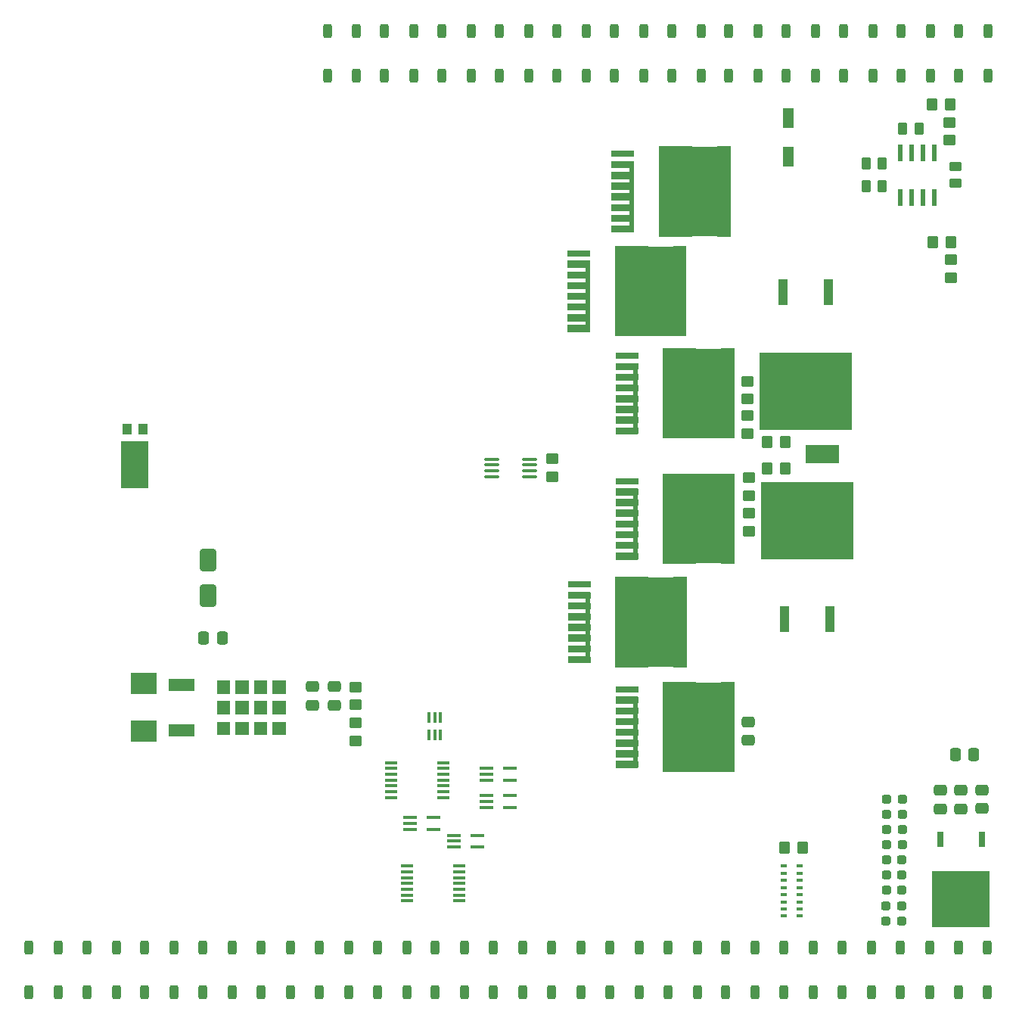
<source format=gbr>
%TF.GenerationSoftware,KiCad,Pcbnew,8.0.3*%
%TF.CreationDate,2025-06-05T13:09:17-07:00*%
%TF.ProjectId,Power_ManagementV2,506f7765-725f-44d6-916e-6167656d656e,rev?*%
%TF.SameCoordinates,Original*%
%TF.FileFunction,Paste,Top*%
%TF.FilePolarity,Positive*%
%FSLAX46Y46*%
G04 Gerber Fmt 4.6, Leading zero omitted, Abs format (unit mm)*
G04 Created by KiCad (PCBNEW 8.0.3) date 2025-06-05 13:09:17*
%MOMM*%
%LPD*%
G01*
G04 APERTURE LIST*
G04 Aperture macros list*
%AMRoundRect*
0 Rectangle with rounded corners*
0 $1 Rounding radius*
0 $2 $3 $4 $5 $6 $7 $8 $9 X,Y pos of 4 corners*
0 Add a 4 corners polygon primitive as box body*
4,1,4,$2,$3,$4,$5,$6,$7,$8,$9,$2,$3,0*
0 Add four circle primitives for the rounded corners*
1,1,$1+$1,$2,$3*
1,1,$1+$1,$4,$5*
1,1,$1+$1,$6,$7*
1,1,$1+$1,$8,$9*
0 Add four rect primitives between the rounded corners*
20,1,$1+$1,$2,$3,$4,$5,0*
20,1,$1+$1,$4,$5,$6,$7,0*
20,1,$1+$1,$6,$7,$8,$9,0*
20,1,$1+$1,$8,$9,$2,$3,0*%
G04 Aperture macros list end*
%ADD10C,0.000000*%
%ADD11C,0.010000*%
%ADD12R,1.473200X0.355600*%
%ADD13RoundRect,0.250000X-0.250000X0.550000X-0.250000X-0.550000X0.250000X-0.550000X0.250000X0.550000X0*%
%ADD14RoundRect,0.100000X-0.650000X-0.100000X0.650000X-0.100000X0.650000X0.100000X-0.650000X0.100000X0*%
%ADD15R,0.990600X1.143000*%
%ADD16R,3.098800X5.207000*%
%ADD17RoundRect,0.250000X-0.262500X-0.450000X0.262500X-0.450000X0.262500X0.450000X-0.262500X0.450000X0*%
%ADD18RoundRect,0.250000X0.250000X-0.550000X0.250000X0.550000X-0.250000X0.550000X-0.250000X-0.550000X0*%
%ADD19RoundRect,0.237500X-0.287500X-0.237500X0.287500X-0.237500X0.287500X0.237500X-0.287500X0.237500X0*%
%ADD20RoundRect,0.250000X0.475000X-0.337500X0.475000X0.337500X-0.475000X0.337500X-0.475000X-0.337500X0*%
%ADD21RoundRect,0.250000X0.350000X0.450000X-0.350000X0.450000X-0.350000X-0.450000X0.350000X-0.450000X0*%
%ADD22RoundRect,0.250000X-0.450000X0.350000X-0.450000X-0.350000X0.450000X-0.350000X0.450000X0.350000X0*%
%ADD23RoundRect,0.250000X-0.337500X-0.475000X0.337500X-0.475000X0.337500X0.475000X-0.337500X0.475000X0*%
%ADD24RoundRect,0.250000X0.450000X-0.350000X0.450000X0.350000X-0.450000X0.350000X-0.450000X-0.350000X0*%
%ADD25R,2.500000X0.800000*%
%ADD26R,7.999995X10.100005*%
%ADD27RoundRect,0.250000X-0.350000X-0.450000X0.350000X-0.450000X0.350000X0.450000X-0.350000X0.450000X0*%
%ADD28R,1.168400X2.209800*%
%ADD29RoundRect,0.250000X-0.475000X0.337500X-0.475000X-0.337500X0.475000X-0.337500X0.475000X0.337500X0*%
%ADD30RoundRect,0.250000X0.262500X0.450000X-0.262500X0.450000X-0.262500X-0.450000X0.262500X-0.450000X0*%
%ADD31R,0.711200X1.701800*%
%ADD32R,6.553200X6.223000*%
%ADD33R,0.990600X2.997200*%
%ADD34R,10.337800X8.712200*%
%ADD35RoundRect,0.100000X-0.712500X-0.100000X0.712500X-0.100000X0.712500X0.100000X-0.712500X0.100000X0*%
%ADD36R,1.460500X0.355600*%
%ADD37R,0.355600X1.168400*%
%ADD38R,3.800000X2.000000*%
%ADD39R,0.711200X0.457200*%
%ADD40R,2.990000X1.340000*%
%ADD41R,0.533400X1.981200*%
%ADD42RoundRect,0.250000X0.650000X-1.000000X0.650000X1.000000X-0.650000X1.000000X-0.650000X-1.000000X0*%
%ADD43RoundRect,0.250000X-0.450000X0.262500X-0.450000X-0.262500X0.450000X-0.262500X0.450000X0.262500X0*%
%ADD44R,3.000000X2.475000*%
G04 APERTURE END LIST*
D10*
%TO.C,Q3*%
G36*
X230490703Y-88526397D02*
G01*
X233290698Y-88526397D01*
X233290702Y-87676398D01*
X234790699Y-87676398D01*
X234790699Y-97776404D01*
X233290702Y-97776404D01*
X233290698Y-96926405D01*
X230490703Y-96926405D01*
X230490697Y-97776404D01*
X226790704Y-97776404D01*
X226790704Y-87676398D01*
X230490697Y-87676398D01*
X230490703Y-88526397D01*
G37*
G36*
X223990701Y-97326400D02*
G01*
X221490701Y-97326400D01*
X221490701Y-96526400D01*
X223490700Y-96526402D01*
X223490700Y-96126402D01*
X221490701Y-96126400D01*
X221490701Y-95326402D01*
X223490700Y-95326402D01*
X223490700Y-94926402D01*
X221490701Y-94926402D01*
X221490701Y-94126403D01*
X223490700Y-94126402D01*
X223490700Y-93726402D01*
X221490701Y-93726402D01*
X221490701Y-92926402D01*
X223490700Y-92926402D01*
X223490700Y-92526402D01*
X221490701Y-92526402D01*
X221490701Y-91726402D01*
X223490700Y-91726402D01*
X223490700Y-91326402D01*
X221490701Y-91326402D01*
X221490701Y-90526402D01*
X223490700Y-90526402D01*
X223490700Y-90126402D01*
X221490701Y-90126402D01*
X221490701Y-89326402D01*
X223990701Y-89326402D01*
X223990701Y-97326400D01*
G37*
%TO.C,Q4*%
G36*
X230490703Y-102539795D02*
G01*
X233290698Y-102539795D01*
X233290702Y-101689796D01*
X234790699Y-101689796D01*
X234790699Y-111789802D01*
X233290702Y-111789802D01*
X233290698Y-110939803D01*
X230490703Y-110939803D01*
X230490697Y-111789802D01*
X226790704Y-111789802D01*
X226790704Y-101689796D01*
X230490697Y-101689796D01*
X230490703Y-102539795D01*
G37*
G36*
X223990701Y-111339798D02*
G01*
X221490701Y-111339798D01*
X221490701Y-110539798D01*
X223490700Y-110539800D01*
X223490700Y-110139800D01*
X221490701Y-110139798D01*
X221490701Y-109339800D01*
X223490700Y-109339800D01*
X223490700Y-108939800D01*
X221490701Y-108939800D01*
X221490701Y-108139801D01*
X223490700Y-108139800D01*
X223490700Y-107739800D01*
X221490701Y-107739800D01*
X221490701Y-106939800D01*
X223490700Y-106939800D01*
X223490700Y-106539800D01*
X221490701Y-106539800D01*
X221490701Y-105739800D01*
X223490700Y-105739800D01*
X223490700Y-105339800D01*
X221490701Y-105339800D01*
X221490701Y-104539800D01*
X223490700Y-104539800D01*
X223490700Y-104139800D01*
X221490701Y-104139800D01*
X221490701Y-103339800D01*
X223990701Y-103339800D01*
X223990701Y-111339798D01*
G37*
%TO.C,Q1*%
G36*
X230033503Y-65954796D02*
G01*
X232833498Y-65954796D01*
X232833502Y-65104797D01*
X234333499Y-65104797D01*
X234333499Y-75204803D01*
X232833502Y-75204803D01*
X232833498Y-74354804D01*
X230033503Y-74354804D01*
X230033497Y-75204803D01*
X226333504Y-75204803D01*
X226333504Y-65104797D01*
X230033497Y-65104797D01*
X230033503Y-65954796D01*
G37*
G36*
X223533501Y-74754799D02*
G01*
X221033501Y-74754799D01*
X221033501Y-73954799D01*
X223033500Y-73954801D01*
X223033500Y-73554801D01*
X221033501Y-73554799D01*
X221033501Y-72754801D01*
X223033500Y-72754801D01*
X223033500Y-72354801D01*
X221033501Y-72354801D01*
X221033501Y-71554802D01*
X223033500Y-71554801D01*
X223033500Y-71154801D01*
X221033501Y-71154801D01*
X221033501Y-70354801D01*
X223033500Y-70354801D01*
X223033500Y-69954801D01*
X221033501Y-69954801D01*
X221033501Y-69154801D01*
X223033500Y-69154801D01*
X223033500Y-68754801D01*
X221033501Y-68754801D01*
X221033501Y-67954801D01*
X223033500Y-67954801D01*
X223033500Y-67554801D01*
X221033501Y-67554801D01*
X221033501Y-66754801D01*
X223533501Y-66754801D01*
X223533501Y-74754799D01*
G37*
%TO.C,Q2*%
G36*
X225105903Y-77079996D02*
G01*
X227905898Y-77079996D01*
X227905902Y-76229997D01*
X229405899Y-76229997D01*
X229405899Y-86330003D01*
X227905902Y-86330003D01*
X227905898Y-85480004D01*
X225105903Y-85480004D01*
X225105897Y-86330003D01*
X221405904Y-86330003D01*
X221405904Y-76229997D01*
X225105897Y-76229997D01*
X225105903Y-77079996D01*
G37*
G36*
X218605901Y-85879999D02*
G01*
X216105901Y-85879999D01*
X216105901Y-85079999D01*
X218105900Y-85080001D01*
X218105900Y-84680001D01*
X216105901Y-84679999D01*
X216105901Y-83880001D01*
X218105900Y-83880001D01*
X218105900Y-83480001D01*
X216105901Y-83480001D01*
X216105901Y-82680002D01*
X218105900Y-82680001D01*
X218105900Y-82280001D01*
X216105901Y-82280001D01*
X216105901Y-81480001D01*
X218105900Y-81480001D01*
X218105900Y-81080001D01*
X216105901Y-81080001D01*
X216105901Y-80280001D01*
X218105900Y-80280001D01*
X218105900Y-79880001D01*
X216105901Y-79880001D01*
X216105901Y-79080001D01*
X218105900Y-79080001D01*
X218105900Y-78680001D01*
X216105901Y-78680001D01*
X216105901Y-77880001D01*
X218605901Y-77880001D01*
X218605901Y-85879999D01*
G37*
%TO.C,Q5*%
G36*
X225148602Y-114115995D02*
G01*
X227948597Y-114115995D01*
X227948601Y-113265996D01*
X229448598Y-113265996D01*
X229448598Y-123366002D01*
X227948601Y-123366002D01*
X227948597Y-122516003D01*
X225148602Y-122516003D01*
X225148596Y-123366002D01*
X221448603Y-123366002D01*
X221448603Y-113265996D01*
X225148596Y-113265996D01*
X225148602Y-114115995D01*
G37*
G36*
X218648600Y-122915998D02*
G01*
X216148600Y-122915998D01*
X216148600Y-122115998D01*
X218148599Y-122116000D01*
X218148599Y-121716000D01*
X216148600Y-121715998D01*
X216148600Y-120916000D01*
X218148599Y-120916000D01*
X218148599Y-120516000D01*
X216148600Y-120516000D01*
X216148600Y-119716001D01*
X218148599Y-119716000D01*
X218148599Y-119316000D01*
X216148600Y-119316000D01*
X216148600Y-118516000D01*
X218148599Y-118516000D01*
X218148599Y-118116000D01*
X216148600Y-118116000D01*
X216148600Y-117316000D01*
X218148599Y-117316000D01*
X218148599Y-116916000D01*
X216148600Y-116916000D01*
X216148600Y-116116000D01*
X218148599Y-116116000D01*
X218148599Y-115716000D01*
X216148600Y-115716000D01*
X216148600Y-114916000D01*
X218648600Y-114916000D01*
X218648600Y-122915998D01*
G37*
%TO.C,Q6*%
G36*
X230490703Y-125850795D02*
G01*
X233290698Y-125850795D01*
X233290702Y-125000796D01*
X234790699Y-125000796D01*
X234790699Y-135100802D01*
X233290702Y-135100802D01*
X233290698Y-134250803D01*
X230490703Y-134250803D01*
X230490697Y-135100802D01*
X226790704Y-135100802D01*
X226790704Y-125000796D01*
X230490697Y-125000796D01*
X230490703Y-125850795D01*
G37*
G36*
X223990701Y-134650798D02*
G01*
X221490701Y-134650798D01*
X221490701Y-133850798D01*
X223490700Y-133850800D01*
X223490700Y-133450800D01*
X221490701Y-133450798D01*
X221490701Y-132650800D01*
X223490700Y-132650800D01*
X223490700Y-132250800D01*
X221490701Y-132250800D01*
X221490701Y-131450801D01*
X223490700Y-131450800D01*
X223490700Y-131050800D01*
X221490701Y-131050800D01*
X221490701Y-130250800D01*
X223490700Y-130250800D01*
X223490700Y-129850800D01*
X221490701Y-129850800D01*
X221490701Y-129050800D01*
X223490700Y-129050800D01*
X223490700Y-128650800D01*
X221490701Y-128650800D01*
X221490701Y-127850800D01*
X223490700Y-127850800D01*
X223490700Y-127450800D01*
X221490701Y-127450800D01*
X221490701Y-126650800D01*
X223990701Y-126650800D01*
X223990701Y-134650798D01*
G37*
D11*
%TO.C,R14*%
X178252500Y-126240000D02*
X176872500Y-126240000D01*
X176872500Y-124860000D01*
X178252500Y-124860000D01*
X178252500Y-126240000D01*
G36*
X178252500Y-126240000D02*
G01*
X176872500Y-126240000D01*
X176872500Y-124860000D01*
X178252500Y-124860000D01*
X178252500Y-126240000D01*
G37*
X178252500Y-128540000D02*
X176872500Y-128540000D01*
X176872500Y-127160000D01*
X178252500Y-127160000D01*
X178252500Y-128540000D01*
G36*
X178252500Y-128540000D02*
G01*
X176872500Y-128540000D01*
X176872500Y-127160000D01*
X178252500Y-127160000D01*
X178252500Y-128540000D01*
G37*
X178252500Y-130840000D02*
X176872500Y-130840000D01*
X176872500Y-129460000D01*
X178252500Y-129460000D01*
X178252500Y-130840000D01*
G36*
X178252500Y-130840000D02*
G01*
X176872500Y-130840000D01*
X176872500Y-129460000D01*
X178252500Y-129460000D01*
X178252500Y-130840000D01*
G37*
X180322500Y-126240000D02*
X178942500Y-126240000D01*
X178942500Y-124860000D01*
X180322500Y-124860000D01*
X180322500Y-126240000D01*
G36*
X180322500Y-126240000D02*
G01*
X178942500Y-126240000D01*
X178942500Y-124860000D01*
X180322500Y-124860000D01*
X180322500Y-126240000D01*
G37*
X180322500Y-128540000D02*
X178942500Y-128540000D01*
X178942500Y-127160000D01*
X180322500Y-127160000D01*
X180322500Y-128540000D01*
G36*
X180322500Y-128540000D02*
G01*
X178942500Y-128540000D01*
X178942500Y-127160000D01*
X180322500Y-127160000D01*
X180322500Y-128540000D01*
G37*
X180322500Y-130840000D02*
X178942500Y-130840000D01*
X178942500Y-129460000D01*
X180322500Y-129460000D01*
X180322500Y-130840000D01*
G36*
X180322500Y-130840000D02*
G01*
X178942500Y-130840000D01*
X178942500Y-129460000D01*
X180322500Y-129460000D01*
X180322500Y-130840000D01*
G37*
X182392500Y-126240000D02*
X181012500Y-126240000D01*
X181012500Y-124860000D01*
X182392500Y-124860000D01*
X182392500Y-126240000D01*
G36*
X182392500Y-126240000D02*
G01*
X181012500Y-126240000D01*
X181012500Y-124860000D01*
X182392500Y-124860000D01*
X182392500Y-126240000D01*
G37*
X182392500Y-128540000D02*
X181012500Y-128540000D01*
X181012500Y-127160000D01*
X182392500Y-127160000D01*
X182392500Y-128540000D01*
G36*
X182392500Y-128540000D02*
G01*
X181012500Y-128540000D01*
X181012500Y-127160000D01*
X182392500Y-127160000D01*
X182392500Y-128540000D01*
G37*
X182392500Y-130840000D02*
X181012500Y-130840000D01*
X181012500Y-129460000D01*
X182392500Y-129460000D01*
X182392500Y-130840000D01*
G36*
X182392500Y-130840000D02*
G01*
X181012500Y-130840000D01*
X181012500Y-129460000D01*
X182392500Y-129460000D01*
X182392500Y-130840000D01*
G37*
X184462500Y-126240000D02*
X183082500Y-126240000D01*
X183082500Y-124860000D01*
X184462500Y-124860000D01*
X184462500Y-126240000D01*
G36*
X184462500Y-126240000D02*
G01*
X183082500Y-126240000D01*
X183082500Y-124860000D01*
X184462500Y-124860000D01*
X184462500Y-126240000D01*
G37*
X184462500Y-128540000D02*
X183082500Y-128540000D01*
X183082500Y-127160000D01*
X184462500Y-127160000D01*
X184462500Y-128540000D01*
G36*
X184462500Y-128540000D02*
G01*
X183082500Y-128540000D01*
X183082500Y-127160000D01*
X184462500Y-127160000D01*
X184462500Y-128540000D01*
G37*
X184462500Y-130840000D02*
X183082500Y-130840000D01*
X183082500Y-129460000D01*
X184462500Y-129460000D01*
X184462500Y-130840000D01*
G36*
X184462500Y-130840000D02*
G01*
X183082500Y-130840000D01*
X183082500Y-129460000D01*
X184462500Y-129460000D01*
X184462500Y-130840000D01*
G37*
%TD*%
D12*
%TO.C,U15*%
X196329300Y-134040880D03*
X196329300Y-134691120D03*
X196329300Y-135341360D03*
X196329300Y-135991600D03*
X196329300Y-136641840D03*
X196329300Y-137292080D03*
X196329300Y-137942320D03*
X202171300Y-137942320D03*
X202171300Y-137292080D03*
X202171300Y-136641840D03*
X202171300Y-135991600D03*
X202171300Y-135341360D03*
X202171300Y-134691120D03*
X202171300Y-134040880D03*
%TD*%
D13*
%TO.C,LED18*%
X263139322Y-52200000D03*
X259839322Y-52200000D03*
X263139322Y-57200000D03*
X259839322Y-57200000D03*
%TD*%
D14*
%TO.C,U9*%
X203365000Y-142175000D03*
X203365000Y-142825000D03*
X203365000Y-143475000D03*
X206025000Y-143475000D03*
X206025000Y-142175000D03*
%TD*%
D15*
%TO.C,CR1*%
X168616402Y-96723200D03*
X166776400Y-96723200D03*
D16*
X167696401Y-100711000D03*
%TD*%
D17*
%TO.C,R5*%
X249485900Y-67002400D03*
X251310900Y-67002400D03*
%TD*%
D18*
%TO.C,LED1*%
X155793000Y-159750000D03*
X159093000Y-159750000D03*
X155793000Y-154750000D03*
X159093000Y-154750000D03*
%TD*%
D19*
%TO.C,D13*%
X251747400Y-150048200D03*
X253497400Y-150048200D03*
%TD*%
D20*
%TO.C,C6*%
X260148599Y-139211500D03*
X260148599Y-137136500D03*
%TD*%
D18*
%TO.C,LED5*%
X181798600Y-159750000D03*
X185098600Y-159750000D03*
X181798600Y-154750000D03*
X185098600Y-154750000D03*
%TD*%
D21*
%TO.C,R19*%
X242400000Y-143520400D03*
X240400000Y-143520400D03*
%TD*%
D14*
%TO.C,U12*%
X206990000Y-134700000D03*
X206990000Y-135350000D03*
X206990000Y-136000000D03*
X209650000Y-136000000D03*
X209650000Y-134700000D03*
%TD*%
D22*
%TO.C,R12*%
X259000000Y-77800000D03*
X259000000Y-79800000D03*
%TD*%
%TO.C,R13*%
X192350000Y-125575000D03*
X192350000Y-127575000D03*
%TD*%
D23*
%TO.C,C2*%
X259515700Y-133096000D03*
X261590700Y-133096000D03*
%TD*%
D18*
%TO.C,LED6*%
X188300000Y-159750000D03*
X191600000Y-159750000D03*
X188300000Y-154750000D03*
X191600000Y-154750000D03*
%TD*%
D24*
%TO.C,R1*%
X236220000Y-93370400D03*
X236220000Y-91370400D03*
%TD*%
D13*
%TO.C,LED28*%
X198924934Y-52200000D03*
X195624934Y-52200000D03*
X198924934Y-57200000D03*
X195624934Y-57200000D03*
%TD*%
D25*
%TO.C,Q3*%
X222740701Y-88526402D03*
X222740701Y-89726402D03*
X222740701Y-90926402D03*
X222740701Y-92126402D03*
X222740701Y-93326402D03*
X222740701Y-94526402D03*
X222740701Y-95726400D03*
X222740701Y-96926400D03*
D26*
X230790701Y-92726401D03*
%TD*%
D18*
%TO.C,LED10*%
X214305600Y-159750000D03*
X217605600Y-159750000D03*
X214305600Y-154750000D03*
X217605600Y-154750000D03*
%TD*%
D25*
%TO.C,Q4*%
X222740701Y-102539800D03*
X222740701Y-103739800D03*
X222740701Y-104939800D03*
X222740701Y-106139800D03*
X222740701Y-107339800D03*
X222740701Y-108539800D03*
X222740701Y-109739798D03*
X222740701Y-110939798D03*
D26*
X230790701Y-106739799D03*
%TD*%
D27*
%TO.C,R9*%
X256900000Y-60450000D03*
X258900000Y-60450000D03*
%TD*%
D18*
%TO.C,LED7*%
X194801400Y-159750000D03*
X198101400Y-159750000D03*
X194801400Y-154750000D03*
X198101400Y-154750000D03*
%TD*%
D20*
%TO.C,C4*%
X262459999Y-139186100D03*
X262459999Y-137111100D03*
%TD*%
D28*
%TO.C,C1*%
X240800000Y-61900000D03*
X240800000Y-66218000D03*
%TD*%
D18*
%TO.C,LED15*%
X246812600Y-159750000D03*
X250112600Y-159750000D03*
X246812600Y-154750000D03*
X250112600Y-154750000D03*
%TD*%
D29*
%TO.C,C8*%
X187550000Y-125525000D03*
X187550000Y-127600000D03*
%TD*%
%TO.C,C9*%
X190025000Y-125537500D03*
X190025000Y-127612500D03*
%TD*%
D30*
%TO.C,TH2*%
X255425700Y-63090800D03*
X253600700Y-63090800D03*
%TD*%
D18*
%TO.C,LED17*%
X259815400Y-159750000D03*
X263115400Y-159750000D03*
X259815400Y-154750000D03*
X263115400Y-154750000D03*
%TD*%
%TO.C,LED4*%
X175297200Y-159750000D03*
X178597200Y-159750000D03*
X175297200Y-154750000D03*
X178597200Y-154750000D03*
%TD*%
D19*
%TO.C,D5*%
X251803400Y-139837400D03*
X253553400Y-139837400D03*
%TD*%
D25*
%TO.C,Q1*%
X222283501Y-65954801D03*
X222283501Y-67154801D03*
X222283501Y-68354801D03*
X222283501Y-69554801D03*
X222283501Y-70754801D03*
X222283501Y-71954801D03*
X222283501Y-73154799D03*
X222283501Y-74354799D03*
D26*
X230333501Y-70154800D03*
%TD*%
D22*
%TO.C,R7*%
X236372400Y-102190800D03*
X236372400Y-104190800D03*
%TD*%
D18*
%TO.C,LED16*%
X253314000Y-159750000D03*
X256614000Y-159750000D03*
X253314000Y-154750000D03*
X256614000Y-154750000D03*
%TD*%
D31*
%TO.C,U4*%
X262450001Y-142593600D03*
D32*
X260150000Y-149350000D03*
D31*
X257849999Y-142593600D03*
%TD*%
D33*
%TO.C,U2*%
X240385600Y-117983000D03*
D34*
X242925600Y-106972100D03*
D33*
X245465600Y-117983000D03*
%TD*%
D18*
%TO.C,LED3*%
X168795800Y-159750000D03*
X172095800Y-159750000D03*
X168795800Y-154750000D03*
X172095800Y-154750000D03*
%TD*%
D27*
%TO.C,R10*%
X257000000Y-75800000D03*
X259000000Y-75800000D03*
%TD*%
D35*
%TO.C,U14*%
X207612500Y-100100000D03*
X207612500Y-100750000D03*
X207612500Y-101400000D03*
X207612500Y-102050000D03*
X211837500Y-102050000D03*
X211837500Y-101400000D03*
X211837500Y-100750000D03*
X211837500Y-100100000D03*
%TD*%
D19*
%TO.C,D6*%
X251800800Y-141488400D03*
X253550800Y-141488400D03*
%TD*%
D18*
%TO.C,LED8*%
X201302800Y-159750000D03*
X204602800Y-159750000D03*
X201302800Y-154750000D03*
X204602800Y-154750000D03*
%TD*%
D13*
%TO.C,LED20*%
X250296438Y-52200000D03*
X246996438Y-52200000D03*
X250296438Y-57200000D03*
X246996438Y-57200000D03*
%TD*%
D33*
%TO.C,U1*%
X245313200Y-81445100D03*
D34*
X242773200Y-92456000D03*
D33*
X240233200Y-81445100D03*
%TD*%
D18*
%TO.C,LED2*%
X162294400Y-159750000D03*
X165594400Y-159750000D03*
X162294400Y-154750000D03*
X165594400Y-154750000D03*
%TD*%
D21*
%TO.C,R8*%
X240436400Y-101142800D03*
X238436400Y-101142800D03*
%TD*%
D18*
%TO.C,LED12*%
X227308400Y-159750000D03*
X230608400Y-159750000D03*
X227308400Y-154750000D03*
X230608400Y-154750000D03*
%TD*%
D36*
%TO.C,U7*%
X198133750Y-145599999D03*
X198133750Y-146250000D03*
X198133750Y-146900001D03*
X198133750Y-147550000D03*
X198133750Y-148199999D03*
X198133750Y-148850000D03*
X198133750Y-149499999D03*
X203988450Y-149500001D03*
X203988450Y-148850000D03*
X203988450Y-148200001D03*
X203988450Y-147550000D03*
X203988450Y-146900001D03*
X203988450Y-146250000D03*
X203988450Y-145600001D03*
%TD*%
D23*
%TO.C,C7*%
X175369400Y-120091200D03*
X177444400Y-120091200D03*
%TD*%
D18*
%TO.C,LED9*%
X207804200Y-159750000D03*
X211104200Y-159750000D03*
X207804200Y-154750000D03*
X211104200Y-154750000D03*
%TD*%
D37*
%TO.C,U11*%
X201875000Y-129019200D03*
X201225001Y-129019200D03*
X200575002Y-129019200D03*
X200575002Y-130975000D03*
X201225001Y-130975000D03*
X201875000Y-130975000D03*
%TD*%
D13*
%TO.C,LED29*%
X192503496Y-52200000D03*
X189203496Y-52200000D03*
X192503496Y-57200000D03*
X189203496Y-57200000D03*
%TD*%
D38*
%TO.C,TP1*%
X244650000Y-99500000D03*
%TD*%
D20*
%TO.C,C5*%
X257799199Y-139233000D03*
X257799199Y-137158000D03*
%TD*%
D13*
%TO.C,LED27*%
X205346372Y-52200000D03*
X202046372Y-52200000D03*
X205346372Y-57200000D03*
X202046372Y-57200000D03*
%TD*%
D19*
%TO.C,D8*%
X251789400Y-144892000D03*
X253539400Y-144892000D03*
%TD*%
D22*
%TO.C,R2*%
X236220000Y-95231200D03*
X236220000Y-97231200D03*
%TD*%
D14*
%TO.C,U8*%
X198470000Y-140187500D03*
X198470000Y-140837500D03*
X198470000Y-141487500D03*
X201130000Y-141487500D03*
X201130000Y-140187500D03*
%TD*%
D25*
%TO.C,Q2*%
X217355901Y-77080001D03*
X217355901Y-78280001D03*
X217355901Y-79480001D03*
X217355901Y-80680001D03*
X217355901Y-81880001D03*
X217355901Y-83080001D03*
X217355901Y-84279999D03*
X217355901Y-85479999D03*
D26*
X225405901Y-81280000D03*
%TD*%
D29*
%TO.C,C3*%
X236321600Y-129467700D03*
X236321600Y-131542700D03*
%TD*%
D13*
%TO.C,LED21*%
X243875000Y-52200000D03*
X240575000Y-52200000D03*
X243875000Y-57200000D03*
X240575000Y-57200000D03*
%TD*%
%TO.C,LED22*%
X237453562Y-52200000D03*
X234153562Y-52200000D03*
X237453562Y-57200000D03*
X234153562Y-57200000D03*
%TD*%
D39*
%TO.C,R21*%
X242087400Y-151205999D03*
X242087400Y-150405999D03*
X242087400Y-149606000D03*
X242087400Y-148805999D03*
X242087400Y-148006001D03*
X242087400Y-147206000D03*
X242087400Y-146405999D03*
X242087400Y-145606001D03*
X240284000Y-145606001D03*
X240284000Y-146406001D03*
X240284000Y-147206000D03*
X240284000Y-148006001D03*
X240284000Y-148805999D03*
X240284000Y-149606000D03*
X240284000Y-150406001D03*
X240284000Y-151205999D03*
%TD*%
D17*
%TO.C,R4*%
X249485900Y-69542400D03*
X251310900Y-69542400D03*
%TD*%
D25*
%TO.C,Q5*%
X217398600Y-114116000D03*
X217398600Y-115316000D03*
X217398600Y-116516000D03*
X217398600Y-117716000D03*
X217398600Y-118916000D03*
X217398600Y-120116000D03*
X217398600Y-121315998D03*
X217398600Y-122515998D03*
D26*
X225448600Y-118315999D03*
%TD*%
D22*
%TO.C,R15*%
X192350000Y-129575000D03*
X192350000Y-131575000D03*
%TD*%
D19*
%TO.C,D7*%
X251803400Y-138161000D03*
X253553400Y-138161000D03*
%TD*%
%TO.C,D12*%
X251750000Y-151750000D03*
X253500000Y-151750000D03*
%TD*%
%TO.C,D11*%
X251772800Y-148321000D03*
X253522800Y-148321000D03*
%TD*%
D24*
%TO.C,R6*%
X236372400Y-108137200D03*
X236372400Y-106137200D03*
%TD*%
D25*
%TO.C,Q6*%
X222740701Y-125850800D03*
X222740701Y-127050800D03*
X222740701Y-128250800D03*
X222740701Y-129450800D03*
X222740701Y-130650800D03*
X222740701Y-131850800D03*
X222740701Y-133050798D03*
X222740701Y-134250798D03*
D26*
X230790701Y-130050799D03*
%TD*%
D40*
%TO.C,R14*%
X172907500Y-125310000D03*
X172907500Y-130390000D03*
%TD*%
D21*
%TO.C,R3*%
X240455200Y-98196400D03*
X238455200Y-98196400D03*
%TD*%
D41*
%TO.C,U3*%
X253299080Y-70787000D03*
X254569080Y-70787000D03*
X255839080Y-70787000D03*
X257109080Y-70787000D03*
X257109080Y-65859400D03*
X255839080Y-65859400D03*
X254569080Y-65859400D03*
X253299080Y-65859400D03*
%TD*%
D13*
%TO.C,LED25*%
X218189248Y-52200000D03*
X214889248Y-52200000D03*
X218189248Y-57200000D03*
X214889248Y-57200000D03*
%TD*%
%TO.C,LED26*%
X211767810Y-52200000D03*
X208467810Y-52200000D03*
X211767810Y-57200000D03*
X208467810Y-57200000D03*
%TD*%
D42*
%TO.C,D3*%
X175900000Y-115375000D03*
X175900000Y-111375000D03*
%TD*%
D13*
%TO.C,LED23*%
X231032124Y-52200000D03*
X227732124Y-52200000D03*
X231032124Y-57200000D03*
X227732124Y-57200000D03*
%TD*%
D18*
%TO.C,LED13*%
X233809800Y-159750000D03*
X237109800Y-159750000D03*
X233809800Y-154750000D03*
X237109800Y-154750000D03*
%TD*%
D19*
%TO.C,D4*%
X251803400Y-143215600D03*
X253553400Y-143215600D03*
%TD*%
D13*
%TO.C,LED19*%
X256717876Y-52200000D03*
X253417876Y-52200000D03*
X256717876Y-57200000D03*
X253417876Y-57200000D03*
%TD*%
D22*
%TO.C,R11*%
X258850000Y-62400000D03*
X258850000Y-64400000D03*
%TD*%
D18*
%TO.C,LED11*%
X220807000Y-159750000D03*
X224107000Y-159750000D03*
X220807000Y-154750000D03*
X224107000Y-154750000D03*
%TD*%
D19*
%TO.C,D10*%
X251772800Y-146593800D03*
X253522800Y-146593800D03*
%TD*%
D43*
%TO.C,TH1*%
X259517000Y-67387200D03*
X259517000Y-69212200D03*
%TD*%
D14*
%TO.C,U13*%
X207015000Y-137750000D03*
X207015000Y-138400000D03*
X207015000Y-139050000D03*
X209675000Y-139050000D03*
X209675000Y-137750000D03*
%TD*%
D44*
%TO.C,JP12*%
X168675000Y-130537500D03*
X168675000Y-125162500D03*
%TD*%
D22*
%TO.C,R16*%
X214425000Y-100075000D03*
X214425000Y-102075000D03*
%TD*%
D18*
%TO.C,LED14*%
X240311200Y-159750000D03*
X243611200Y-159750000D03*
X240311200Y-154750000D03*
X243611200Y-154750000D03*
%TD*%
D13*
%TO.C,LED24*%
X224610686Y-52200000D03*
X221310686Y-52200000D03*
X224610686Y-57200000D03*
X221310686Y-57200000D03*
%TD*%
M02*

</source>
